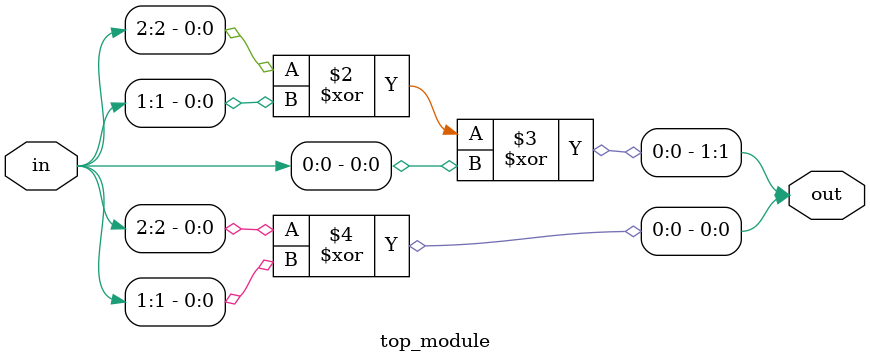
<source format=sv>
module top_module (
	input [2:0] in,
	output reg [1:0] out
);

	always @(*) begin
		out[1] = in[2] ^ in[1] ^ in[0];
		out[0] = in[2] ^ in[1];
	end
	
endmodule

</source>
